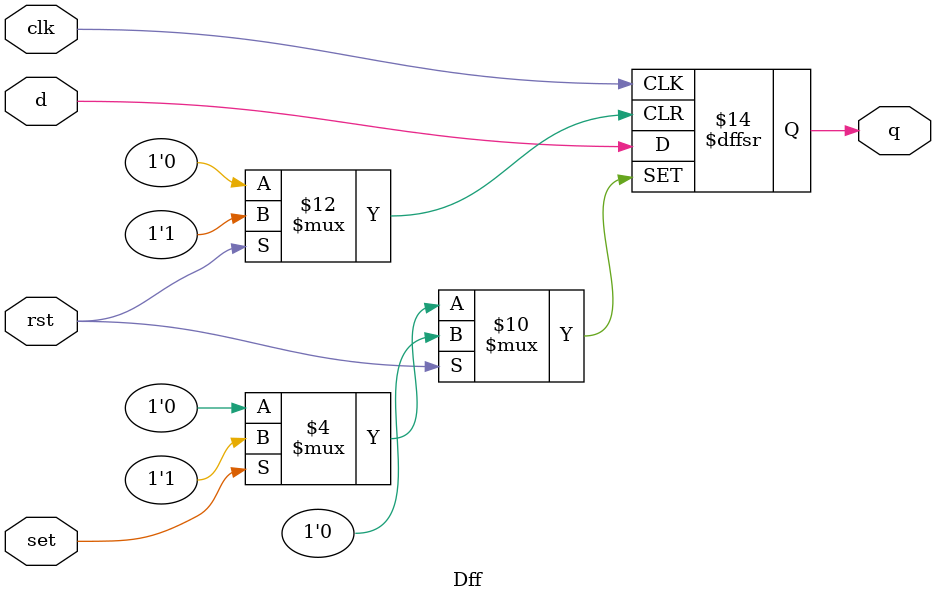
<source format=v>
`timescale 1ns / 1ps


module Dff(
  input d,
  input set,
  input rst,
  input clk,
  output reg q);
  
  always @(posedge clk or posedge set or posedge rst)
  begin
  if (rst)
    q <= 1'b0;
  else if (set) 
    q <= 1'b1;
  else 
    q <= d;
  end
    
endmodule

</source>
